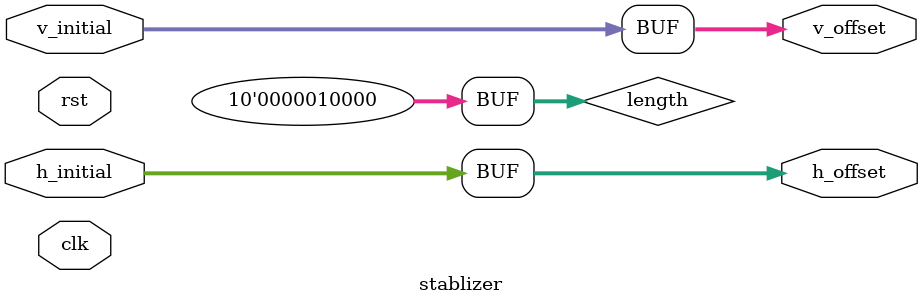
<source format=v>
`timescale 1ns / 1ps


module stablizer(
	input clk,
	input rst,
	input [9:0] h_initial,
	input [9:0] v_initial,
	output [9:0] h_offset,
	output [9:0] v_offset
	);

reg h_direction;	//0->left, 1->right
reg v_direction;	//0->down, 1->up
wire [9:0] length;

assign length = 16;
assign v_offset = v_initial;
assign h_offset = h_initial;
endmodule

</source>
